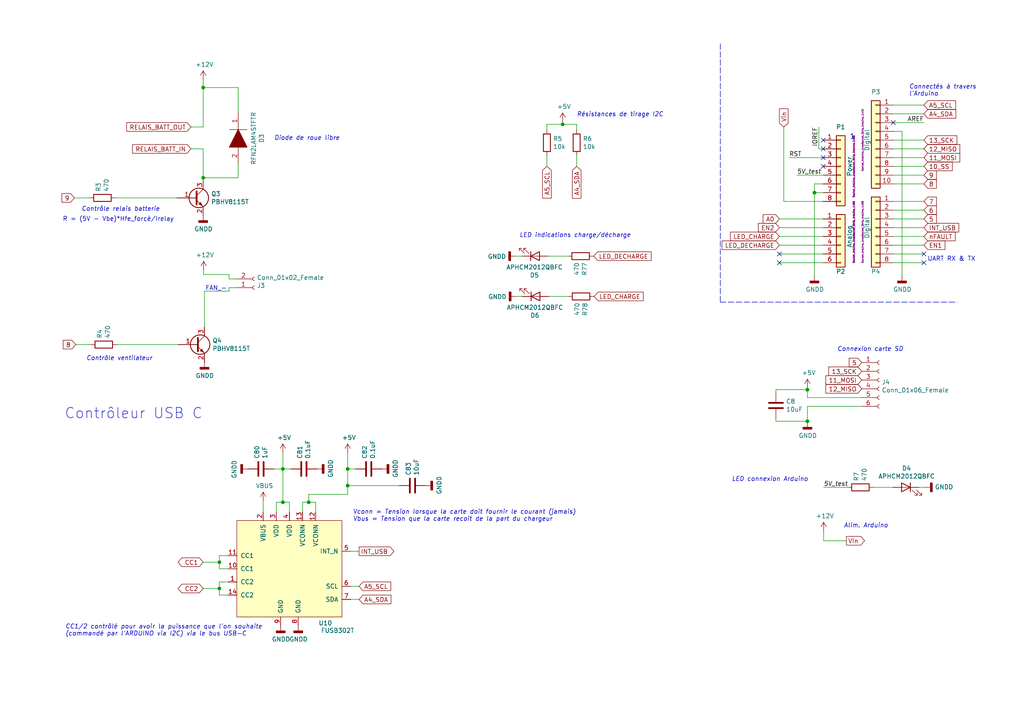
<source format=kicad_sch>
(kicad_sch (version 20231120) (generator "eeschema") (generator_version "8.0")
  (paper "A4")
  (lib_symbols
    (symbol "Connector:Conn_01x02_Female" (pin_names (offset 1.016) hide)
      (property "Reference" "J" (at 0 2.54 0))
      (property "Value" "Conn_01x02_Female" (at 0 -5.08 0))
      (symbol "Conn_01x02_Female_1_1"
        (arc (start 0 -2.032) (mid -0.5058 -2.54) (end 0 -3.048) (stroke (width 0.1524)))
        (polyline (pts (xy -1.27 -2.54) (xy -0.508 -2.54)) (stroke (width 0.1524)))
        (polyline (pts (xy -1.27 0) (xy -0.508 0)) (stroke (width 0.1524)))
        (arc (start 0 0.508) (mid -0.5058 0) (end 0 -0.508) (stroke (width 0.1524)))
        (pin passive line (at -5.08 0 0) (length 3.81) (name "Pin_1") (number "1"))
        (pin passive line (at -5.08 -2.54 0) (length 3.81) (name "Pin_2") (number "2"))
      )
    )
    (symbol "Connector:Conn_01x06_Female" (pin_names (offset 1.016) hide)
      (property "Reference" "J" (at 0 7.62 0))
      (property "Value" "Conn_01x06_Female" (at 0 -10.16 0))
      (symbol "Conn_01x06_Female_1_1"
        (arc (start 0 -7.112) (mid -0.5058 -7.62) (end 0 -8.128) (stroke (width 0.1524)))
        (arc (start 0 -4.572) (mid -0.5058 -5.08) (end 0 -5.588) (stroke (width 0.1524)))
        (arc (start 0 -2.032) (mid -0.5058 -2.54) (end 0 -3.048) (stroke (width 0.1524)))
        (polyline (pts (xy -1.27 -7.62) (xy -0.508 -7.62)) (stroke (width 0.1524)))
        (polyline (pts (xy -1.27 -5.08) (xy -0.508 -5.08)) (stroke (width 0.1524)))
        (polyline (pts (xy -1.27 -2.54) (xy -0.508 -2.54)) (stroke (width 0.1524)))
        (polyline (pts (xy -1.27 0) (xy -0.508 0)) (stroke (width 0.1524)))
        (polyline (pts (xy -1.27 2.54) (xy -0.508 2.54)) (stroke (width 0.1524)))
        (polyline (pts (xy -1.27 5.08) (xy -0.508 5.08)) (stroke (width 0.1524)))
        (arc (start 0 0.508) (mid -0.5058 0) (end 0 -0.508) (stroke (width 0.1524)))
        (arc (start 0 3.048) (mid -0.5058 2.54) (end 0 2.032) (stroke (width 0.1524)))
        (arc (start 0 5.588) (mid -0.5058 5.08) (end 0 4.572) (stroke (width 0.1524)))
        (pin passive line (at -5.08 5.08 0) (length 3.81) (name "Pin_1") (number "1"))
        (pin passive line (at -5.08 2.54 0) (length 3.81) (name "Pin_2") (number "2"))
        (pin passive line (at -5.08 0 0) (length 3.81) (name "Pin_3") (number "3"))
        (pin passive line (at -5.08 -2.54 0) (length 3.81) (name "Pin_4") (number "4"))
        (pin passive line (at -5.08 -5.08 0) (length 3.81) (name "Pin_5") (number "5"))
        (pin passive line (at -5.08 -7.62 0) (length 3.81) (name "Pin_6") (number "6"))
      )
    )
    (symbol "Connector_Generic:Conn_01x06" (pin_names (offset 1.016) hide)
      (property "Reference" "J" (at 0 7.62 0))
      (property "Value" "Conn_01x06" (at 0 -10.16 0))
      (symbol "Conn_01x06_1_1"
        (rectangle (start -1.27 -7.493) (end 0 -7.747) (stroke (width 0.1524)))
        (rectangle (start -1.27 -4.953) (end 0 -5.207) (stroke (width 0.1524)))
        (rectangle (start -1.27 -2.413) (end 0 -2.667) (stroke (width 0.1524)))
        (rectangle (start -1.27 0.127) (end 0 -0.127) (stroke (width 0.1524)))
        (rectangle (start -1.27 2.667) (end 0 2.413) (stroke (width 0.1524)))
        (rectangle (start -1.27 5.207) (end 0 4.953) (stroke (width 0.1524)))
        (rectangle (start -1.27 6.35) (end 1.27 -8.89) (stroke (width 0.254)) (fill (type background)))
        (pin passive line (at -5.08 5.08 0) (length 3.81) (name "Pin_1") (number "1"))
        (pin passive line (at -5.08 2.54 0) (length 3.81) (name "Pin_2") (number "2"))
        (pin passive line (at -5.08 0 0) (length 3.81) (name "Pin_3") (number "3"))
        (pin passive line (at -5.08 -2.54 0) (length 3.81) (name "Pin_4") (number "4"))
        (pin passive line (at -5.08 -5.08 0) (length 3.81) (name "Pin_5") (number "5"))
        (pin passive line (at -5.08 -7.62 0) (length 3.81) (name "Pin_6") (number "6"))
      )
    )
    (symbol "Connector_Generic:Conn_01x08" (pin_names (offset 1.016) hide)
      (property "Reference" "J" (at 0 10.16 0))
      (property "Value" "Conn_01x08" (at 0 -12.7 0))
      (symbol "Conn_01x08_1_1"
        (rectangle (start -1.27 -10.033) (end 0 -10.287) (stroke (width 0.1524)))
        (rectangle (start -1.27 -7.493) (end 0 -7.747) (stroke (width 0.1524)))
        (rectangle (start -1.27 -4.953) (end 0 -5.207) (stroke (width 0.1524)))
        (rectangle (start -1.27 -2.413) (end 0 -2.667) (stroke (width 0.1524)))
        (rectangle (start -1.27 0.127) (end 0 -0.127) (stroke (width 0.1524)))
        (rectangle (start -1.27 2.667) (end 0 2.413) (stroke (width 0.1524)))
        (rectangle (start -1.27 5.207) (end 0 4.953) (stroke (width 0.1524)))
        (rectangle (start -1.27 7.747) (end 0 7.493) (stroke (width 0.1524)))
        (rectangle (start -1.27 8.89) (end 1.27 -11.43) (stroke (width 0.254)) (fill (type background)))
        (pin passive line (at -5.08 7.62 0) (length 3.81) (name "Pin_1") (number "1"))
        (pin passive line (at -5.08 5.08 0) (length 3.81) (name "Pin_2") (number "2"))
        (pin passive line (at -5.08 2.54 0) (length 3.81) (name "Pin_3") (number "3"))
        (pin passive line (at -5.08 0 0) (length 3.81) (name "Pin_4") (number "4"))
        (pin passive line (at -5.08 -2.54 0) (length 3.81) (name "Pin_5") (number "5"))
        (pin passive line (at -5.08 -5.08 0) (length 3.81) (name "Pin_6") (number "6"))
        (pin passive line (at -5.08 -7.62 0) (length 3.81) (name "Pin_7") (number "7"))
        (pin passive line (at -5.08 -10.16 0) (length 3.81) (name "Pin_8") (number "8"))
      )
    )
    (symbol "Connector_Generic:Conn_01x10" (pin_names (offset 1.016) hide)
      (property "Reference" "J" (at 0 12.7 0))
      (property "Value" "Conn_01x10" (at 0 -15.24 0))
      (symbol "Conn_01x10_1_1"
        (rectangle (start -1.27 -12.573) (end 0 -12.827) (stroke (width 0.1524)))
        (rectangle (start -1.27 -10.033) (end 0 -10.287) (stroke (width 0.1524)))
        (rectangle (start -1.27 -7.493) (end 0 -7.747) (stroke (width 0.1524)))
        (rectangle (start -1.27 -4.953) (end 0 -5.207) (stroke (width 0.1524)))
        (rectangle (start -1.27 -2.413) (end 0 -2.667) (stroke (width 0.1524)))
        (rectangle (start -1.27 0.127) (end 0 -0.127) (stroke (width 0.1524)))
        (rectangle (start -1.27 2.667) (end 0 2.413) (stroke (width 0.1524)))
        (rectangle (start -1.27 5.207) (end 0 4.953) (stroke (width 0.1524)))
        (rectangle (start -1.27 7.747) (end 0 7.493) (stroke (width 0.1524)))
        (rectangle (start -1.27 10.287) (end 0 10.033) (stroke (width 0.1524)))
        (rectangle (start -1.27 11.43) (end 1.27 -13.97) (stroke (width 0.254)) (fill (type background)))
        (pin passive line (at -5.08 10.16 0) (length 3.81) (name "Pin_1") (number "1"))
        (pin passive line (at -5.08 -12.7 0) (length 3.81) (name "Pin_10") (number "10"))
        (pin passive line (at -5.08 7.62 0) (length 3.81) (name "Pin_2") (number "2"))
        (pin passive line (at -5.08 5.08 0) (length 3.81) (name "Pin_3") (number "3"))
        (pin passive line (at -5.08 2.54 0) (length 3.81) (name "Pin_4") (number "4"))
        (pin passive line (at -5.08 0 0) (length 3.81) (name "Pin_5") (number "5"))
        (pin passive line (at -5.08 -2.54 0) (length 3.81) (name "Pin_6") (number "6"))
        (pin passive line (at -5.08 -5.08 0) (length 3.81) (name "Pin_7") (number "7"))
        (pin passive line (at -5.08 -7.62 0) (length 3.81) (name "Pin_8") (number "8"))
        (pin passive line (at -5.08 -10.16 0) (length 3.81) (name "Pin_9") (number "9"))
      )
    )
    (symbol "Device:C" (pin_numbers hide) (pin_names (offset 0.254))
      (property "Reference" "C" (at 0.635 2.54 0))
      (property "Value" "C" (at 0.635 -2.54 0))
      (symbol "C_0_1"
        (polyline (pts (xy -2.032 -0.762) (xy 2.032 -0.762)) (stroke (width 0.508)))
        (polyline (pts (xy -2.032 0.762) (xy 2.032 0.762)) (stroke (width 0.508)))
      )
      (symbol "C_1_1"
        (pin passive line (at 0 3.81 270) (length 2.794) (name "~") (number "1"))
        (pin passive line (at 0 -3.81 90) (length 2.794) (name "~") (number "2"))
      )
    )
    (symbol "Device:LED" (pin_numbers hide) (pin_names (offset 1.016) hide)
      (property "Reference" "D" (at 0 2.54 0))
      (property "Value" "LED" (at 0 -2.54 0))
      (symbol "LED_0_1"
        (polyline (pts (xy -1.27 -1.27) (xy -1.27 1.27)) (stroke (width 0.254)))
        (polyline (pts (xy -1.27 0) (xy 1.27 0)))
        (polyline (pts (xy 1.27 -1.27) (xy 1.27 1.27) (xy -1.27 0) (xy 1.27 -1.27)) (stroke (width 0.254)))
        (polyline (pts (xy -3.048 -0.762) (xy -4.572 -2.286) (xy -3.81 -2.286) (xy -4.572 -2.286) (xy -4.572 -1.524)))
        (polyline (pts (xy -1.778 -0.762) (xy -3.302 -2.286) (xy -2.54 -2.286) (xy -3.302 -2.286) (xy -3.302 -1.524)))
      )
      (symbol "LED_1_1"
        (pin passive line (at -3.81 0 0) (length 2.54) (name "K") (number "1"))
        (pin passive line (at 3.81 0 180) (length 2.54) (name "A") (number "2"))
      )
    )
    (symbol "Device:Q_NPN_BEC" (pin_names (offset 0) hide)
      (property "Reference" "Q" (at 5.08 1.27 0))
      (property "Value" "Q_NPN_BEC" (at 5.08 -1.27 0))
      (symbol "Q_NPN_BEC_0_1"
        (polyline (pts (xy 0.635 0.635) (xy 2.54 2.54)))
        (polyline (pts (xy 0.635 -0.635) (xy 2.54 -2.54) (xy 2.54 -2.54)))
        (polyline (pts (xy 0.635 1.905) (xy 0.635 -1.905) (xy 0.635 -1.905)) (stroke (width 0.508)))
        (polyline (pts (xy 1.27 -1.778) (xy 1.778 -1.27) (xy 2.286 -2.286) (xy 1.27 -1.778) (xy 1.27 -1.778)) (fill (type outline)))
        (circle (center 1.27 0) (radius 2.8194) (stroke (width 0.254)))
      )
      (symbol "Q_NPN_BEC_1_1"
        (pin input line (at -5.08 0 0) (length 5.715) (name "B") (number "1"))
        (pin passive line (at 2.54 -5.08 90) (length 2.54) (name "E") (number "2"))
        (pin passive line (at 2.54 5.08 270) (length 2.54) (name "C") (number "3"))
      )
    )
    (symbol "Device:R" (pin_numbers hide) (pin_names (offset 0))
      (property "Reference" "R" (at 2.032 0 90))
      (property "Value" "R" (at 0 0 90))
      (symbol "R_0_1"
        (rectangle (start -1.016 -2.54) (end 1.016 2.54) (stroke (width 0.254)))
      )
      (symbol "R_1_1"
        (pin passive line (at 0 3.81 270) (length 1.27) (name "~") (number "1"))
        (pin passive line (at 0 -3.81 90) (length 1.27) (name "~") (number "2"))
      )
    )
    (symbol "open-lion:FUSB302T" (pin_names (offset 1.016))
      (property "Reference" "U" (at -1.27 13.97 0))
      (property "Value" "FUSB302T" (at -1.27 16.51 0))
      (symbol "FUSB302T_0_0"
        (pin unspecified line (at -17.78 -7.62 0) (length 2.54) (name "CC2") (number "1"))
        (pin unspecified line (at -17.78 -3.81 0) (length 2.54) (name "CC1") (number "10"))
        (pin unspecified line (at -17.78 0 0) (length 2.54) (name "CC1") (number "11"))
        (pin unspecified line (at 7.62 12.7 270) (length 2.54) (name "VCONN") (number "12"))
        (pin unspecified line (at 3.81 12.7 270) (length 2.54) (name "VCONN") (number "13"))
        (pin unspecified line (at -17.78 -11.43 0) (length 2.54) (name "CC2") (number "14"))
        (pin unspecified line (at -7.62 12.7 270) (length 2.54) (name "VBUS") (number "2"))
        (pin unspecified line (at -3.81 12.7 270) (length 2.54) (name "VDD") (number "3"))
        (pin unspecified line (at 0 12.7 270) (length 2.54) (name "VDD") (number "4"))
        (pin unspecified line (at 17.78 1.27 180) (length 2.54) (name "INT_N") (number "5"))
        (pin unspecified line (at 17.78 -8.89 180) (length 2.54) (name "SCL") (number "6"))
        (pin unspecified line (at 17.78 -12.7 180) (length 2.54) (name "SDA") (number "7"))
        (pin unspecified line (at 2.54 -20.32 90) (length 2.54) (name "GND") (number "8"))
        (pin unspecified line (at -2.54 -20.32 90) (length 2.54) (name "GND") (number "9"))
      )
      (symbol "FUSB302T_0_1"
        (rectangle (start -15.24 10.16) (end 15.24 -17.78) (fill (type background)))
      )
    )
    (symbol "open-lion:RFN2LAM4STFTR" (pin_names (offset 0.762))
      (property "Reference" "D" (at 11.43 5.08 0))
      (property "Value" "RFN2LAM4STFTR" (at 11.43 2.54 0))
      (symbol "RFN2LAM4STFTR_0_0"
        (pin passive line (at 0 0 0) (length 5.08) (name "~") (number "1"))
        (pin passive line (at 15.24 0 180) (length 5.08) (name "~") (number "2"))
      )
      (symbol "RFN2LAM4STFTR_0_1"
        (polyline (pts (xy 5.08 2.54) (xy 5.08 -2.54)) (stroke (width 0.1524)))
        (polyline (pts (xy 5.08 0) (xy 10.16 2.54) (xy 10.16 -2.54) (xy 5.08 0)) (stroke (width 0.254)) (fill (type outline)))
      )
    )
    (symbol "power:+12V" (power) (pin_names (offset 0))
      (property "Value" "+12V" (at 0 3.556 0))
      (symbol "+12V_0_1"
        (polyline (pts (xy -0.762 1.27) (xy 0 2.54)))
        (polyline (pts (xy 0 0) (xy 0 2.54)))
        (polyline (pts (xy 0 2.54) (xy 0.762 1.27)))
      )
      (symbol "+12V_1_1"
        (pin power_in line (at 0 0 90) (length 0) hide (name "+12V") (number "1"))
      )
    )
    (symbol "power:+5V" (power) (pin_names (offset 0))
      (property "Value" "+5V" (at 0 3.556 0))
      (symbol "+5V_0_1"
        (polyline (pts (xy -0.762 1.27) (xy 0 2.54)))
        (polyline (pts (xy 0 0) (xy 0 2.54)))
        (polyline (pts (xy 0 2.54) (xy 0.762 1.27)))
      )
      (symbol "+5V_1_1"
        (pin power_in line (at 0 0 90) (length 0) hide (name "+5V") (number "1"))
      )
    )
    (symbol "power:GNDD" (power) (pin_names (offset 0))
      (property "Value" "GNDD" (at 0 -3.175 0))
      (symbol "GNDD_0_1"
        (rectangle (start -1.27 -1.524) (end 1.27 -2.032) (stroke (width 0.254)) (fill (type outline)))
        (polyline (pts (xy 0 0) (xy 0 -1.524)))
      )
      (symbol "GNDD_1_1"
        (pin power_in line (at 0 0 270) (length 0) hide (name "GNDD") (number "1"))
      )
    )
    (symbol "power:VBUS" (power) (pin_names (offset 0))
      (property "Value" "VBUS" (at 0 3.81 0))
      (symbol "VBUS_0_1"
        (polyline (pts (xy -0.762 1.27) (xy 0 2.54)))
        (polyline (pts (xy 0 0) (xy 0 2.54)))
        (polyline (pts (xy 0 2.54) (xy 0.762 1.27)))
      )
      (symbol "VBUS_1_1"
        (pin power_in line (at 0 0 90) (length 0) hide (name "VBUS") (number "1"))
      )
    )
  )
  (junction (at 58.928 51.562))
  (junction (at 89.535 145.669))
  (junction (at 82.042 136.017))
  (junction (at 100.838 140.843))
  (junction (at 82.042 145.669))
  (junction (at 234.188 122.174))
  (junction (at 234.188 113.03))
  (junction (at 100.838 136.017))
  (junction (at 63.627 163.068))
  (junction (at 58.928 25.4))
  (junction (at 63.627 170.688))
  (junction (at 236.22 55.88))
  (junction (at 163.195 36.068))
  (no_connect (at 238.76 43.18))
  (no_connect (at 259.08 35.56))
  (no_connect (at 267.97 73.66))
  (no_connect (at 267.97 76.2))
  (no_connect (at 238.76 45.72))
  (no_connect (at 226.06 76.2))
  (no_connect (at 226.06 73.66))
  (no_connect (at 238.76 40.64))
  (no_connect (at 238.76 48.26))
  (polyline (pts (xy 208.915 12.7) (xy 208.915 87.63)) (stroke (width 0) (type dash)))
  (wire (pts (xy 87.757 148.463) (xy 87.757 145.669)))
  (wire (pts (xy 89.535 143.383) (xy 100.838 143.383)))
  (wire (pts (xy 238.76 73.66) (xy 226.06 73.66)))
  (wire (pts (xy 259.08 48.26) (xy 267.97 48.26)))
  (wire (pts (xy 225.044 122.174) (xy 225.044 121.412)))
  (wire (pts (xy 227.33 58.42) (xy 227.33 36.83)))
  (wire (pts (xy 149.733 85.979) (xy 151.511 85.979)))
  (wire (pts (xy 82.042 145.669) (xy 82.042 136.017)))
  (wire (pts (xy 238.76 68.58) (xy 226.06 68.58)))
  (wire (pts (xy 249.936 117.856) (xy 234.188 117.856)))
  (wire (pts (xy 63.627 161.163) (xy 63.627 163.068)))
  (wire (pts (xy 89.535 145.669) (xy 89.535 143.383)))
  (wire (pts (xy 26.289 99.949) (xy 21.971 99.949)))
  (wire (pts (xy 58.928 25.4) (xy 58.928 36.83)))
  (wire (pts (xy 259.08 71.12) (xy 267.97 71.12)))
  (wire (pts (xy 82.042 136.017) (xy 82.042 131.318)))
  (wire (pts (xy 237.49 43.18) (xy 238.76 43.18)))
  (wire (pts (xy 234.188 113.03) (xy 234.188 112.522)))
  (wire (pts (xy 63.627 163.068) (xy 63.627 164.973)))
  (wire (pts (xy 104.14 159.893) (xy 101.727 159.893)))
  (wire (pts (xy 238.76 76.2) (xy 226.06 76.2)))
  (wire (pts (xy 89.535 145.669) (xy 91.567 145.669)))
  (wire (pts (xy 103.124 136.017) (xy 100.838 136.017)))
  (wire (pts (xy 163.195 36.068) (xy 167.259 36.068)))
  (wire (pts (xy 100.838 136.017) (xy 100.838 131.318)))
  (wire (pts (xy 58.928 25.4) (xy 69.088 25.4)))
  (wire (pts (xy 259.08 60.96) (xy 267.97 60.96)))
  (wire (pts (xy 164.719 85.979) (xy 159.131 85.979)))
  (wire (pts (xy 236.22 53.34) (xy 236.22 55.88)))
  (wire (pts (xy 238.76 66.04) (xy 226.06 66.04)))
  (wire (pts (xy 238.76 55.88) (xy 236.22 55.88)))
  (wire (pts (xy 83.947 148.463) (xy 83.947 145.669)))
  (wire (pts (xy 238.76 71.12) (xy 226.06 71.12)))
  (wire (pts (xy 58.928 170.688) (xy 63.627 170.688)))
  (wire (pts (xy 158.623 36.068) (xy 163.195 36.068)))
  (wire (pts (xy 234.188 117.856) (xy 234.188 122.174)))
  (wire (pts (xy 55.372 43.18) (xy 58.928 43.18)))
  (wire (pts (xy 63.627 168.783) (xy 63.627 170.688)))
  (wire (pts (xy 58.928 43.18) (xy 58.928 51.562)))
  (wire (pts (xy 259.08 68.58) (xy 267.97 68.58)))
  (wire (pts (xy 259.08 50.8) (xy 267.97 50.8)))
  (wire (pts (xy 238.76 63.5) (xy 226.06 63.5)))
  (wire (pts (xy 104.14 173.863) (xy 101.727 173.863)))
  (wire (pts (xy 259.08 53.34) (xy 267.97 53.34)))
  (wire (pts (xy 66.421 84.455) (xy 59.309 84.455)))
  (wire (pts (xy 253.365 141.351) (xy 258.953 141.351)))
  (wire (pts (xy 236.22 55.88) (xy 236.22 80.01)))
  (wire (pts (xy 76.327 145.288) (xy 76.327 148.463)))
  (wire (pts (xy 163.195 35.306) (xy 163.195 36.068)))
  (wire (pts (xy 68.707 80.899) (xy 66.421 80.899)))
  (wire (pts (xy 83.947 145.669) (xy 82.042 145.669)))
  (wire (pts (xy 259.08 58.42) (xy 267.97 58.42)))
  (wire (pts (xy 164.592 74.295) (xy 159.004 74.295)))
  (wire (pts (xy 25.908 57.404) (xy 21.59 57.404)))
  (wire (pts (xy 87.757 145.669) (xy 89.535 145.669)))
  (wire (pts (xy 225.044 113.03) (xy 234.188 113.03)))
  (wire (pts (xy 58.928 23.114) (xy 58.928 25.4)))
  (wire (pts (xy 259.08 38.1) (xy 261.62 38.1)))
  (wire (pts (xy 238.887 156.845) (xy 245.491 156.845)))
  (wire (pts (xy 79.502 136.017) (xy 82.042 136.017)))
  (wire (pts (xy 259.08 76.2) (xy 267.97 76.2)))
  (wire (pts (xy 58.928 52.324) (xy 58.928 51.562)))
  (wire (pts (xy 63.627 170.688) (xy 63.627 172.593)))
  (wire (pts (xy 58.928 163.068) (xy 63.627 163.068)))
  (wire (pts (xy 69.088 47.752) (xy 69.088 51.562)))
  (wire (pts (xy 259.08 33.02) (xy 267.97 33.02)))
  (wire (pts (xy 66.421 80.899) (xy 66.421 79.629)))
  (wire (pts (xy 63.627 168.783) (xy 66.167 168.783)))
  (wire (pts (xy 259.08 35.56) (xy 267.97 35.56)))
  (wire (pts (xy 69.088 51.562) (xy 58.928 51.562)))
  (wire (pts (xy 167.259 36.068) (xy 167.259 37.592)))
  (wire (pts (xy 84.328 136.017) (xy 82.042 136.017)))
  (wire (pts (xy 66.421 79.629) (xy 59.055 79.629)))
  (wire (pts (xy 238.76 53.34) (xy 236.22 53.34)))
  (wire (pts (xy 228.854 45.72) (xy 238.76 45.72)))
  (wire (pts (xy 69.088 25.4) (xy 69.088 32.512)))
  (wire (pts (xy 158.623 45.212) (xy 158.623 48.26)))
  (wire (pts (xy 51.689 99.949) (xy 33.909 99.949)))
  (wire (pts (xy 249.936 115.316) (xy 234.188 115.316)))
  (wire (pts (xy 225.044 113.792) (xy 225.044 113.03)))
  (wire (pts (xy 91.567 145.669) (xy 91.567 148.463)))
  (wire (pts (xy 238.887 141.351) (xy 245.745 141.351)))
  (wire (pts (xy 259.08 73.66) (xy 267.97 73.66)))
  (wire (pts (xy 59.309 84.455) (xy 59.309 94.869)))
  (wire (pts (xy 66.421 83.439) (xy 68.707 83.439)))
  (wire (pts (xy 225.044 122.174) (xy 234.188 122.174)))
  (wire (pts (xy 231.14 50.8) (xy 238.76 50.8)))
  (wire (pts (xy 66.421 83.439) (xy 66.421 84.455)))
  (wire (pts (xy 259.08 40.64) (xy 267.97 40.64)))
  (wire (pts (xy 234.188 122.174) (xy 234.188 122.428)))
  (wire (pts (xy 63.627 161.163) (xy 66.167 161.163)))
  (wire (pts (xy 259.08 66.04) (xy 267.97 66.04)))
  (wire (pts (xy 259.08 43.18) (xy 267.97 43.18)))
  (wire (pts (xy 149.606 74.295) (xy 151.384 74.295)))
  (wire (pts (xy 259.08 30.48) (xy 267.97 30.48)))
  (wire (pts (xy 158.623 37.592) (xy 158.623 36.068)))
  (wire (pts (xy 59.055 79.629) (xy 59.055 78.359)))
  (wire (pts (xy 51.308 57.404) (xy 33.528 57.404)))
  (wire (pts (xy 80.137 145.669) (xy 80.137 148.463)))
  (wire (pts (xy 261.62 38.1) (xy 261.62 80.01)))
  (wire (pts (xy 66.167 164.973) (xy 63.627 164.973)))
  (wire (pts (xy 238.887 156.845) (xy 238.887 154.051)))
  (wire (pts (xy 66.167 172.593) (xy 63.627 172.593)))
  (wire (pts (xy 238.76 58.42) (xy 227.33 58.42)))
  (wire (pts (xy 237.49 36.83) (xy 237.49 43.18)))
  (wire (pts (xy 234.188 115.316) (xy 234.188 113.03)))
  (wire (pts (xy 167.259 48.26) (xy 167.259 45.212)))
  (wire (pts (xy 100.838 140.843) (xy 115.824 140.843)))
  (wire (pts (xy 55.372 36.83) (xy 58.928 36.83)))
  (wire (pts (xy 101.727 170.053) (xy 104.14 170.053)))
  (polyline (pts (xy 208.915 87.63) (xy 277.495 87.63)) (stroke (width 0) (type dash)))
  (wire (pts (xy 268.351 141.351) (xy 266.573 141.351)))
  (wire (pts (xy 82.042 145.669) (xy 80.137 145.669)))
  (wire (pts (xy 259.08 45.72) (xy 267.97 45.72)))
  (wire (pts (xy 100.838 140.843) (xy 100.838 136.017)))
  (wire (pts (xy 259.08 63.5) (xy 267.97 63.5)))
  (wire (pts (xy 100.838 143.383) (xy 100.838 140.843)))
  (text "FAN_-" (at 59.563 84.455 0) (effects (font (size 1.27 1.27)) (justify left bottom)))
  (text "Alim. Arduino" (at 244.729 153.289 0) (effects (font (size 1.27 1.27) (italic yes)) (justify left bottom)))
  (text "Diode de roue libre" (at 79.502 40.894 0) (effects (font (size 1.27 1.27) (italic yes)) (justify left bottom)))
  (text "Contrôleur USB C" (at 18.669 121.793 0) (effects (font (size 2.9972 2.9972)) (justify left bottom)))
  (text "Connexion carte SD" (at 242.824 102.108 0) (effects (font (size 1.27 1.27) (italic yes)) (justify left bottom)))
  (text "Résistances de tirage I2C" (at 167.259 34.036 0) (effects (font (size 1.27 1.27) (italic yes)) (justify left bottom)))
  (text "1" (at 246.38 40.64 0) (effects (font (size 1.524 1.524)) (justify left bottom)))
  (text "R = (5V - Vbe)*Hfe_forcé/Irelay" (at 18.161 64.389 0) (effects (font (size 1.27 1.27)) (justify left bottom)))
  (text "LED indications charge/décharge" (at 150.622 69.088 0) (effects (font (size 1.27 1.27) (italic yes)) (justify left bottom)))
  (text "LED connexion Arduino" (at 212.217 139.827 0) (effects (font (size 1.27 1.27) (italic yes)) (justify left bottom)))
  (text "Vconn = Tension lorsque la carte doit fournir le courant (jamais)\nVbus = Tension que la carte recoit de la part du chargeur" (at 102.362 151.384 0) (effects (font (size 1.27 1.27) (italic yes)) (justify left bottom)))
  (text "Connectés à travers\nl'Arduino" (at 263.652 28.067 0) (effects (font (size 1.27 1.27) (italic yes)) (justify left bottom)))
  (text "CC1/2 contrôlé pour avoir la puissance que l'on souhaite\n(commandé par l'ARDUINO via I2C) via le bus USB-C" (at 18.923 184.658 0) (effects (font (size 1.27 1.27) (italic yes)) (justify left bottom)))
  (text "Contrôle relais batterie" (at 23.622 61.468 0) (effects (font (size 1.27 1.27) (italic yes)) (justify left bottom)))
  (text "Contrôle ventilateur" (at 25.019 104.775 0) (effects (font (size 1.27 1.27) (italic yes)) (justify left bottom)))
  (text "UART RX & TX" (at 268.986 75.946 0) (effects (font (size 1.27 1.27)) (justify left bottom)))
  (label "RST" (at 228.854 45.72 0))
  (label "5V_test" (at 231.14 50.8 0) (effects (font (italic yes))))
  (label "IOREF" (at 237.49 36.83 270))
  (label "5V_test" (at 238.887 141.351 0) (effects (font (italic yes))))
  (label "AREF" (at 267.97 35.56 180))
  (global_label "12_MISO" (shape input) (at 249.936 112.776 180) (property "Intersheetrefs" "${INTERSHEET_REFS}" (effects (hide yes))))
  (global_label "9" (shape input) (at 21.59 57.404 180) (property "Intersheetrefs" "${INTERSHEET_REFS}" (effects (hide yes))))
  (global_label "A4_SDA" (shape input) (at 104.14 173.863 0) (property "Intersheetrefs" "${INTERSHEET_REFS}" (effects (hide yes))))
  (global_label "EN1" (shape input) (at 267.97 71.12 0) (property "Intersheetrefs" "${INTERSHEET_REFS}" (effects (hide yes))))
  (global_label "6" (shape input) (at 267.97 60.96 0) (property "Intersheetrefs" "${INTERSHEET_REFS}" (effects (hide yes))))
  (global_label "LED_CHARGE" (shape input) (at 226.06 68.58 180) (property "Intersheetrefs" "${INTERSHEET_REFS}" (effects (hide yes))))
  (global_label "12_MISO" (shape input) (at 267.97 43.18 0) (property "Intersheetrefs" "${INTERSHEET_REFS}" (effects (hide yes))))
  (global_label "nFAULT" (shape input) (at 267.97 68.58 0) (property "Intersheetrefs" "${INTERSHEET_REFS}" (effects (hide yes))))
  (global_label "LED_CHARGE" (shape input) (at 172.339 85.979 0) (property "Intersheetrefs" "${INTERSHEET_REFS}" (effects (hide yes))))
  (global_label "7" (shape input) (at 267.97 58.42 0) (property "Intersheetrefs" "${INTERSHEET_REFS}" (effects (hide yes))))
  (global_label "RELAIS_BATT_OUT" (shape input) (at 55.372 36.83 180) (property "Intersheetrefs" "${INTERSHEET_REFS}" (effects (hide yes))))
  (global_label "LED_DECHARGE" (shape input) (at 172.212 74.295 0) (property "Intersheetrefs" "${INTERSHEET_REFS}" (effects (hide yes))))
  (global_label "INT_USB" (shape input) (at 267.97 66.04 0) (property "Intersheetrefs" "${INTERSHEET_REFS}" (effects (hide yes))))
  (global_label "5" (shape input) (at 249.936 105.156 180) (property "Intersheetrefs" "${INTERSHEET_REFS}" (effects (hide yes))))
  (global_label "9" (shape input) (at 267.97 50.8 0) (property "Intersheetrefs" "${INTERSHEET_REFS}" (effects (hide yes))))
  (global_label "11_MOSI" (shape input) (at 249.936 110.236 180) (property "Intersheetrefs" "${INTERSHEET_REFS}" (effects (hide yes))))
  (global_label "A0" (shape input) (at 226.06 63.5 180) (property "Intersheetrefs" "${INTERSHEET_REFS}" (effects (hide yes))))
  (global_label "A4_SDA" (shape input) (at 167.259 48.26 270) (property "Intersheetrefs" "${INTERSHEET_REFS}" (effects (hide yes))))
  (global_label "A5_SCL" (shape input) (at 104.14 170.053 0) (property "Intersheetrefs" "${INTERSHEET_REFS}" (effects (hide yes))))
  (global_label "EN2" (shape input) (at 226.06 66.04 180) (property "Intersheetrefs" "${INTERSHEET_REFS}" (effects (hide yes))))
  (global_label "Vin" (shape input) (at 227.33 36.83 90) (property "Intersheetrefs" "${INTERSHEET_REFS}" (effects (hide yes))))
  (global_label "13_SCK" (shape input) (at 267.97 40.64 0) (property "Intersheetrefs" "${INTERSHEET_REFS}" (effects (hide yes))))
  (global_label "A5_SCL" (shape input) (at 158.623 48.26 270) (property "Intersheetrefs" "${INTERSHEET_REFS}" (effects (hide yes))))
  (global_label "11_MOSI" (shape input) (at 267.97 45.72 0) (property "Intersheetrefs" "${INTERSHEET_REFS}" (effects (hide yes))))
  (global_label "5" (shape input) (at 267.97 63.5 0) (property "Intersheetrefs" "${INTERSHEET_REFS}" (effects (hide yes))))
  (global_label "10_SS" (shape input) (at 267.97 48.26 0) (property "Intersheetrefs" "${INTERSHEET_REFS}" (effects (hide yes))))
  (global_label "A4_SDA" (shape input) (at 267.97 33.02 0) (property "Intersheetrefs" "${INTERSHEET_REFS}" (effects (hide yes))))
  (global_label "LED_DECHARGE" (shape input) (at 226.06 71.12 180) (property "Intersheetrefs" "${INTERSHEET_REFS}" (effects (hide yes))))
  (global_label "8" (shape input) (at 267.97 53.34 0) (property "Intersheetrefs" "${INTERSHEET_REFS}" (effects (hide yes))))
  (global_label "13_SCK" (shape input) (at 249.936 107.696 180) (property "Intersheetrefs" "${INTERSHEET_REFS}" (effects (hide yes))))
  (global_label "CC2" (shape bidirectional) (at 58.928 170.688 180) (property "Intersheetrefs" "${INTERSHEET_REFS}" (effects (hide yes))))
  (global_label "Vin" (shape output) (at 245.491 156.845 0) (property "Intersheetrefs" "${INTERSHEET_REFS}" (effects (hide yes))))
  (global_label "A5_SCL" (shape input) (at 267.97 30.48 0) (property "Intersheetrefs" "${INTERSHEET_REFS}" (effects (hide yes))))
  (global_label "INT_USB" (shape output) (at 104.14 159.893 0) (property "Intersheetrefs" "${INTERSHEET_REFS}" (effects (hide yes))))
  (global_label "RELAIS_BATT_IN" (shape input) (at 55.372 43.18 180) (property "Intersheetrefs" "${INTERSHEET_REFS}" (effects (hide yes))))
  (global_label "CC1" (shape bidirectional) (at 58.928 163.068 180) (property "Intersheetrefs" "${INTERSHEET_REFS}" (effects (hide yes))))
  (global_label "8" (shape input) (at 21.971 99.949 180) (property "Intersheetrefs" "${INTERSHEET_REFS}" (effects (hide yes))))
  (symbol (lib_id "Connector_Generic:Conn_01x08") (at 243.84 48.26 0) (unit 1)
    (property "Reference" "P1" (at 243.84 36.83 0))
    (property "Value" "Power" (at 246.38 48.26 90))
    (property "Footprint" "Socket_Arduino_Uno:Socket_Strip_Arduino_1x08" (at 247.65 48.26 90) (effects (font (size 0.508 0.508))))
  )
  (symbol (lib_id "Connector_Generic:Conn_01x06") (at 243.84 68.58 0) (unit 1)
    (property "Reference" "P2" (at 243.84 78.74 0))
    (property "Value" "Analog" (at 246.38 68.58 90))
    (property "Footprint" "Socket_Arduino_Uno:Socket_Strip_Arduino_1x06" (at 247.65 67.31 90) (effects (font (size 0.508 0.508))))
  )
  (symbol (lib_id "Connector_Generic:Conn_01x08") (at 254 66.04 0) (mirror y) (unit 1)
    (property "Reference" "P4" (at 254 78.74 0))
    (property "Value" "Digital" (at 251.46 66.04 90))
    (property "Footprint" "Socket_Arduino_Uno:Socket_Strip_Arduino_1x08" (at 250.19 67.31 90) (effects (font (size 0.508 0.508))))
  )
  (symbol (lib_id "Connector_Generic:Conn_01x10") (at 254 40.64 0) (mirror y) (unit 1)
    (property "Reference" "P3" (at 254 26.67 0))
    (property "Value" "Digital" (at 251.46 40.64 90))
    (property "Footprint" "Socket_Arduino_Uno:Socket_Strip_Arduino_1x10" (at 250.19 40.64 90) (effects (font (size 0.508 0.508))))
  )
  (symbol (lib_id "Device:Q_NPN_BEC") (at 56.388 57.404 0) (unit 1)
    (property "Reference" "Q3" (at 61.214 56.2356 0) (effects (justify left)))
    (property "Value" "PBHV8115T" (at 61.214 58.547 0) (effects (justify left)))
    (property "Footprint" "Package_TO_SOT_SMD:SOT-23" (effects (hide yes)))
  )
  (symbol (lib_id "Device:LED") (at 262.763 141.351 0) (mirror y) (unit 1)
    (property "Reference" "D4" (at 262.9408 135.8392 0))
    (property "Value" "APHCM2012QBFC" (at 262.9408 138.1506 0))
    (property "Footprint" "LED_SMD:LED_0805_2012Metric_Pad1.15x1.40mm_HandSolder" (effects (hide yes)))
  )
  (symbol (lib_id "Device:Q_NPN_BEC") (at 56.769 99.949 0) (unit 1)
    (property "Reference" "Q4" (at 61.595 98.7806 0) (effects (justify left)))
    (property "Value" "PBHV8115T" (at 61.595 101.092 0) (effects (justify left)))
    (property "Footprint" "Package_TO_SOT_SMD:SOT-23" (effects (hide yes)))
  )
  (symbol (lib_id "open-lion:RFN2LAM4STFTR") (at 69.088 32.512 270) (unit 1)
    (property "Reference" "D3" (at 75.8698 40.132 0))
    (property "Value" "RFN2LAM4STFTR" (at 73.5584 40.132 0))
    (property "Footprint" "open-lion:SODFL4725X105N" (effects (hide yes)))
    (property "Datasheet" "https://www.rohm.com/datasheet/RFN2LAM4STF/rfn2lam4stf-e" (effects (hide yes)))
    (property "Description" "Diodes - General Purpose, Power, Switching 400V VR 1.5A IO SOD-128; PMDTM" (effects (hide yes)))
    (property "Height" "1.05" (effects (hide yes)))
    (property "Manufacturer_Name" "ROHM Semiconductor" (effects (hide yes)))
    (property "Manufacturer_Part_Number" "RFN2LAM4STFTR" (effects (hide yes)))
    (property "Mouser Part Number" "755-RFN2LAM4STFTR" (effects (hide yes)))
    (property "Mouser Price/Stock" "https://www.mouser.co.uk/ProductDetail/ROHM-Semiconductor/RFN2LAM4STFTR?qs=YCa%2FAAYMW00dRXYaBxyQDA%3D%3D" (effects (hide yes)))
    (property "Description_1" "Diodes - General Purpose, Power, Switching 400V VR 1.5A IO SOD-128; PMDTM" (effects (hide yes)))
  )
  (symbol (lib_id "Device:R") (at 29.718 57.404 90) (unit 1)
    (property "Reference" "R3" (at 28.5496 55.626 0) (effects (justify left)))
    (property "Value" "470" (at 30.861 55.626 0) (effects (justify left)))
    (property "Footprint" "Resistor_SMD:R_0805_2012Metric" (effects (hide yes)))
  )
  (symbol (lib_id "Connector:Conn_01x02_Female") (at 73.787 83.439 0) (mirror x) (unit 1)
    (property "Reference" "J3" (at 74.4982 82.8294 0) (effects (justify left)))
    (property "Value" "Conn_01x02_Female" (at 74.4982 80.518 0) (effects (justify left)))
    (property "Footprint" "TerminalBlock:TerminalBlock_bornier-2_P5.08mm" (effects (hide yes)))
  )
  (symbol (lib_id "power:+12V") (at 58.928 23.114 0) (unit 1)
    (property "Reference" "#PWR027" (effects (hide yes)))
    (property "Value" "+12V" (at 59.309 18.7198 0))
  )
  (symbol (lib_id "Device:R") (at 30.099 99.949 90) (unit 1)
    (property "Reference" "R4" (at 28.9306 98.171 0) (effects (justify left)))
    (property "Value" "470" (at 31.242 98.171 0) (effects (justify left)))
    (property "Footprint" "Resistor_SMD:R_0805_2012Metric" (effects (hide yes)))
  )
  (symbol (lib_id "power:+12V") (at 59.055 78.359 0) (unit 1)
    (property "Reference" "#PWR029" (effects (hide yes)))
    (property "Value" "+12V" (at 59.436 73.9648 0))
  )
  (symbol (lib_id "Device:R") (at 249.555 141.351 90) (unit 1)
    (property "Reference" "R7" (at 248.3866 139.573 0) (effects (justify left)))
    (property "Value" "470" (at 250.698 139.573 0) (effects (justify left)))
    (property "Footprint" "Resistor_SMD:R_0805_2012Metric" (effects (hide yes)))
  )
  (symbol (lib_id "power:+12V") (at 238.887 154.051 0) (unit 1)
    (property "Reference" "#PWR035" (effects (hide yes)))
    (property "Value" "+12V" (at 239.268 149.6568 0))
  )
  (symbol (lib_id "power:+5V") (at 163.195 35.306 0) (unit 1)
    (property "Reference" "#PWR031" (effects (hide yes)))
    (property "Value" "+5V" (at 163.576 30.9118 0))
  )
  (symbol (lib_id "Device:R") (at 167.259 41.402 0) (unit 1)
    (property "Reference" "R6" (at 169.037 40.2336 0) (effects (justify left)))
    (property "Value" "10k" (at 169.037 42.545 0) (effects (justify left)))
    (property "Footprint" "Resistor_SMD:R_0805_2012Metric" (effects (hide yes)))
  )
  (symbol (lib_id "Device:R") (at 158.623 41.402 0) (unit 1)
    (property "Reference" "R5" (at 160.401 40.2336 0) (effects (justify left)))
    (property "Value" "10k" (at 160.401 42.545 0) (effects (justify left)))
    (property "Footprint" "Resistor_SMD:R_0805_2012Metric" (effects (hide yes)))
  )
  (symbol (lib_id "Connector:Conn_01x06_Female") (at 255.016 110.236 0) (unit 1)
    (property "Reference" "J4" (at 255.7272 110.8456 0) (effects (justify left)))
    (property "Value" "Conn_01x06_Female" (at 255.7272 113.157 0) (effects (justify left)))
    (property "Footprint" "Connector_PinSocket_2.54mm:PinSocket_1x06_P2.54mm_Vertical" (effects (hide yes)))
  )
  (symbol (lib_id "power:+5V") (at 234.188 112.522 0) (unit 1)
    (property "Reference" "#PWR032" (effects (hide yes)))
    (property "Value" "+5V" (at 234.569 108.1278 0))
  )
  (symbol (lib_id "Device:C") (at 225.044 117.602 0) (unit 1)
    (property "Reference" "C8" (at 227.965 116.4336 0) (effects (justify left)))
    (property "Value" "10uF" (at 227.965 118.745 0) (effects (justify left)))
    (property "Footprint" "Capacitor_SMD:C_0805_2012Metric" (effects (hide yes)))
  )
  (symbol (lib_id "power:GNDD") (at 58.928 62.484 0) (unit 1)
    (property "Reference" "#PWR028" (effects (hide yes)))
    (property "Value" "GNDD" (at 59.0296 66.421 0))
  )
  (symbol (lib_id "power:GNDD") (at 59.309 105.029 0) (unit 1)
    (property "Reference" "#PWR030" (effects (hide yes)))
    (property "Value" "GNDD" (at 59.4106 108.966 0))
  )
  (symbol (lib_id "power:GNDD") (at 234.188 122.428 0) (unit 1)
    (property "Reference" "#PWR033" (effects (hide yes)))
    (property "Value" "GNDD" (at 234.2896 126.365 0))
  )
  (symbol (lib_id "power:GNDD") (at 268.351 141.351 90) (unit 1)
    (property "Reference" "#PWR037" (effects (hide yes)))
    (property "Value" "GNDD" (at 271.145 141.2494 90) (effects (justify right)))
  )
  (symbol (lib_id "power:GNDD") (at 236.22 80.01 0) (unit 1)
    (property "Reference" "#PWR034" (effects (hide yes)))
    (property "Value" "GNDD" (at 236.3216 83.947 0))
  )
  (symbol (lib_id "power:GNDD") (at 261.62 80.01 0) (unit 1)
    (property "Reference" "#PWR036" (effects (hide yes)))
    (property "Value" "GNDD" (at 261.7216 83.947 0))
  )
  (symbol (lib_id "open-lion:FUSB302T") (at 83.947 161.163 0) (unit 1)
    (property "Reference" "U10" (at 94.361 180.721 0))
    (property "Value" "FUSB302T" (at 97.917 182.88 0))
    (property "Footprint" "Package_DFN_QFN:WQFN-14-1EP_2.5x2.5mm_P0.5mm_EP1.45x1.45mm" (effects (hide yes)))
    (property "Datasheet" "https://www.mouser.fr/datasheet/2/308/1/FUSB302T_D-2314246.pdf" (effects (hide yes)))
    (property "Description" "USB-C Controller" (effects (hide yes)))
  )
  (symbol (lib_id "power:GNDD") (at 81.407 181.483 0) (unit 1)
    (property "Reference" "#PWR0172" (effects (hide yes)))
    (property "Value" "GNDD" (at 81.5086 185.42 0))
  )
  (symbol (lib_id "power:GNDD") (at 86.487 181.483 0) (unit 1)
    (property "Reference" "#PWR0174" (effects (hide yes)))
    (property "Value" "GNDD" (at 86.5886 185.42 0))
  )
  (symbol (lib_id "power:VBUS") (at 76.327 145.288 0) (unit 1)
    (property "Reference" "#PWR0171" (effects (hide yes)))
    (property "Value" "VBUS" (at 76.708 140.8938 0))
  )
  (symbol (lib_id "power:+5V") (at 82.042 131.318 0) (unit 1)
    (property "Reference" "#PWR0173" (effects (hide yes)))
    (property "Value" "+5V" (at 82.423 126.9238 0))
  )
  (symbol (lib_id "Device:C") (at 88.138 136.017 90) (unit 1)
    (property "Reference" "C81" (at 86.9696 133.096 0) (effects (justify left)))
    (property "Value" "0.1uF" (at 89.281 133.096 0) (effects (justify left)))
    (property "Footprint" "Capacitor_SMD:C_0805_2012Metric" (effects (hide yes)))
  )
  (symbol (lib_id "power:GNDD") (at 91.948 136.017 90) (unit 1)
    (property "Reference" "#PWR0175" (effects (hide yes)))
    (property "Value" "GNDD" (at 95.885 135.9154 0))
  )
  (symbol (lib_id "Device:LED") (at 155.194 74.295 0) (mirror x) (unit 1)
    (property "Reference" "D5" (at 155.0162 79.8068 0))
    (property "Value" "APHCM2012QBFC" (at 155.0162 77.4954 0))
    (property "Footprint" "LED_SMD:LED_0805_2012Metric_Pad1.15x1.40mm_HandSolder" (effects (hide yes)))
  )
  (symbol (lib_id "Device:R") (at 168.402 74.295 270) (unit 1)
    (property "Reference" "R77" (at 169.5704 76.073 0) (effects (justify left)))
    (property "Value" "470" (at 167.259 76.073 0) (effects (justify left)))
    (property "Footprint" "Resistor_SMD:R_0805_2012Metric" (effects (hide yes)))
  )
  (symbol (lib_id "power:GNDD") (at 149.606 74.295 270) (unit 1)
    (property "Reference" "#PWR0107" (effects (hide yes)))
    (property "Value" "GNDD" (at 146.812 74.3966 90) (effects (justify right)))
  )
  (symbol (lib_id "Device:LED") (at 155.321 85.979 0) (mirror x) (unit 1)
    (property "Reference" "D6" (at 155.1432 91.4908 0))
    (property "Value" "APHCM2012QBFC" (at 155.1432 89.1794 0))
    (property "Footprint" "LED_SMD:LED_0805_2012Metric_Pad1.15x1.40mm_HandSolder" (effects (hide yes)))
  )
  (symbol (lib_id "Device:R") (at 168.529 85.979 270) (unit 1)
    (property "Reference" "R78" (at 169.6974 87.757 0) (effects (justify left)))
    (property "Value" "470" (at 167.386 87.757 0) (effects (justify left)))
    (property "Footprint" "Resistor_SMD:R_0805_2012Metric" (effects (hide yes)))
  )
  (symbol (lib_id "power:GNDD") (at 149.733 85.979 270) (unit 1)
    (property "Reference" "#PWR0179" (effects (hide yes)))
    (property "Value" "GNDD" (at 146.939 86.0806 90) (effects (justify right)))
  )
  (symbol (lib_id "power:+5V") (at 100.838 131.318 0) (unit 1)
    (property "Reference" "#PWR0176" (effects (hide yes)))
    (property "Value" "+5V" (at 101.219 126.9238 0))
  )
  (symbol (lib_id "Device:C") (at 106.934 136.017 90) (unit 1)
    (property "Reference" "C82" (at 105.7656 133.096 0) (effects (justify left)))
    (property "Value" "0.1uF" (at 108.077 133.096 0) (effects (justify left)))
    (property "Footprint" "Capacitor_SMD:C_0805_2012Metric" (effects (hide yes)))
  )
  (symbol (lib_id "power:GNDD") (at 110.744 136.017 90) (unit 1)
    (property "Reference" "#PWR0177" (effects (hide yes)))
    (property "Value" "GNDD" (at 114.681 135.9154 0))
  )
  (symbol (lib_id "power:GNDD") (at 123.444 140.843 90) (unit 1)
    (property "Reference" "#PWR0178" (effects (hide yes)))
    (property "Value" "GNDD" (at 127.381 140.7414 0))
  )
  (symbol (lib_id "Device:C") (at 119.634 140.843 90) (unit 1)
    (property "Reference" "C83" (at 118.4656 137.922 0) (effects (justify left)))
    (property "Value" "10uF" (at 120.777 137.922 0) (effects (justify left)))
    (property "Footprint" "Capacitor_SMD:C_0805_2012Metric" (effects (hide yes)))
  )
  (symbol (lib_id "Device:C") (at 75.692 136.017 90) (unit 1)
    (property "Reference" "C80" (at 74.5236 133.096 0) (effects (justify left)))
    (property "Value" "1uF" (at 76.835 133.096 0) (effects (justify left)))
    (property "Footprint" "Capacitor_SMD:C_0805_2012Metric" (effects (hide yes)))
  )
  (symbol (lib_id "power:GNDD") (at 71.882 136.017 270) (unit 1)
    (property "Reference" "#PWR049" (effects (hide yes)))
    (property "Value" "GNDD" (at 67.945 136.1186 0))
  )
)
</source>
